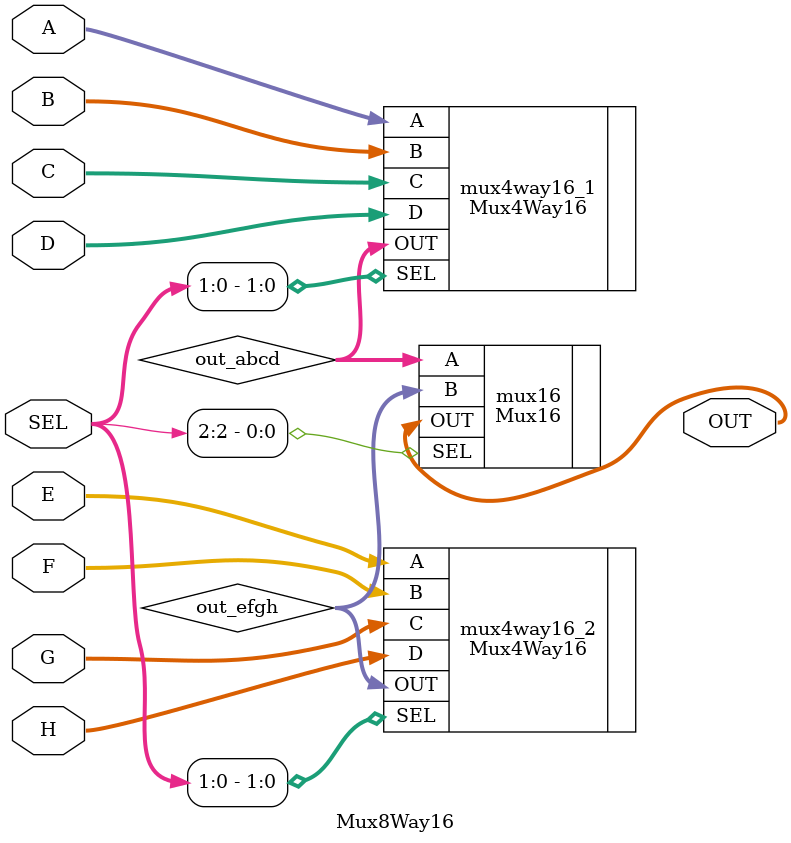
<source format=v>
/**
 * The module Mux8Way16 is an 8-way 16-bit multiplexer
 * Selects one of eight 16-bit inputs based on 3-bit SEL
 * 
 * OUT = SEL[2:0] selects: 000=A, 001=B, 010=C, 011=D, 100=E, 101=F, 110=G, 111=H
 */
`default_nettype none
module Mux8Way16(
    // Data Interface
    input [15:0] A,
    input [15:0] B,
    input [15:0] C,
    input [15:0] D,
    input [15:0] E,
    input [15:0] F,
    input [15:0] G,
    input [15:0] H,
    output [15:0] OUT,

    // Control Interface
    input [2:0] SEL
);

    // --------------------------
    // Internal signals
    // --------------------------
    wire [15:0] out_abcd;
    wire [15:0] out_efgh;

    // --------------------------
    // Module instantiations
    // --------------------------
    
    Mux4Way16 mux4way16_1(.A(A), .B(B), .C(C), .D(D), .SEL(SEL[1:0]), .OUT(out_abcd));
    Mux4Way16 mux4way16_2(.A(E), .B(F), .C(G), .D(H), .SEL(SEL[1:0]), .OUT(out_efgh));
    Mux16 mux16(.A(out_abcd), .B(out_efgh), .SEL(SEL[2]), .OUT(OUT));

endmodule

</source>
